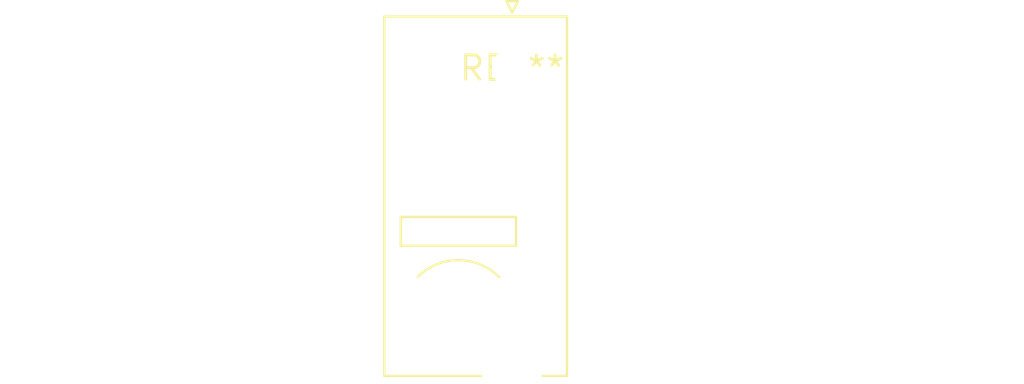
<source format=kicad_pcb>
(kicad_pcb (version 20240108) (generator pcbnew)
  (layers (0 "F.Cu" signal) (31 "B.Cu" signal) (34 "B.Paste" user) (35 "F.Paste" user) (36 "B.SilkS" user "B.Silkscreen") (37 "F.SilkS" user "F.Silkscreen") (38 "B.Mask" user) (39 "F.Mask" user) (44 "Edge.Cuts" user))
  (net 0 "")
  (footprint "PhoenixContact_SPT_5_1-V-7.5_1x01_P7.5mm_Vertical" (layer "F.Cu") (at 0 0)
    (property "Reference" "REF**")
    (property "Value" "PhoenixContact_SPT_5_1-V-7.5_1x01_P7.5mm_Vertical")
    (fp_line (start -6.66 -2.69) (end 2.86 -2.69) (layer "F.SilkS") (stroke (width 0.12)))
    (fp_line (start -6.66 16.03) (end -6.66 -2.69) (layer "F.SilkS") (stroke (width 0.12)))
    (fp_line (start -6.66 16.03) (end -1.6 16.03) (layer "F.SilkS") (stroke (width 0.12)))
    (fp_line (start -5.8 7.75) (end -5.8 9.25) (layer "F.SilkS") (stroke (width 0.12)))
    (fp_line (start -5.8 9.25) (end 0.2 9.25) (layer "F.SilkS") (stroke (width 0.12)))
    (fp_line (start -0.3 -3.49) (end 0 -2.89) (layer "F.SilkS") (stroke (width 0.12)))
    (fp_line (start -0.3 -3.49) (end 0.3 -3.49) (layer "F.SilkS") (stroke (width 0.12)))
    (fp_line (start 0.2 7.75) (end -5.8 7.75) (layer "F.SilkS") (stroke (width 0.12)))
    (fp_line (start 0.2 9.25) (end 0.2 7.75) (layer "F.SilkS") (stroke (width 0.12)))
    (fp_line (start 0.3 -3.49) (end 0 -2.89) (layer "F.SilkS") (stroke (width 0.12)))
    (fp_line (start 1.6 16.03) (end 2.86 16.03) (layer "F.SilkS") (stroke (width 0.12)))
    (fp_line (start 2.86 -2.69) (end 2.86 16.03) (layer "F.SilkS") (stroke (width 0.12)))
    (fp_arc (start -4.92132 10.87868) (mid -2.8 10) (end -0.67868 10.87868) (layer "F.SilkS") (stroke (width 0.12)))
    (pad "1" thru_hole roundrect (at 0 0) (size 2.8 4.3) (drill 2.1) (layers *.Cu *.Mask) (remove_unused_layers) (roundrect_rratio 0.089286))
    (pad "1" thru_hole roundrect (at 0 14) (size 2.8 4.3) (drill 2.1) (layers *.Cu *.Mask) (remove_unused_layers) (roundrect_rratio 0.089286))
  )
)
</source>
